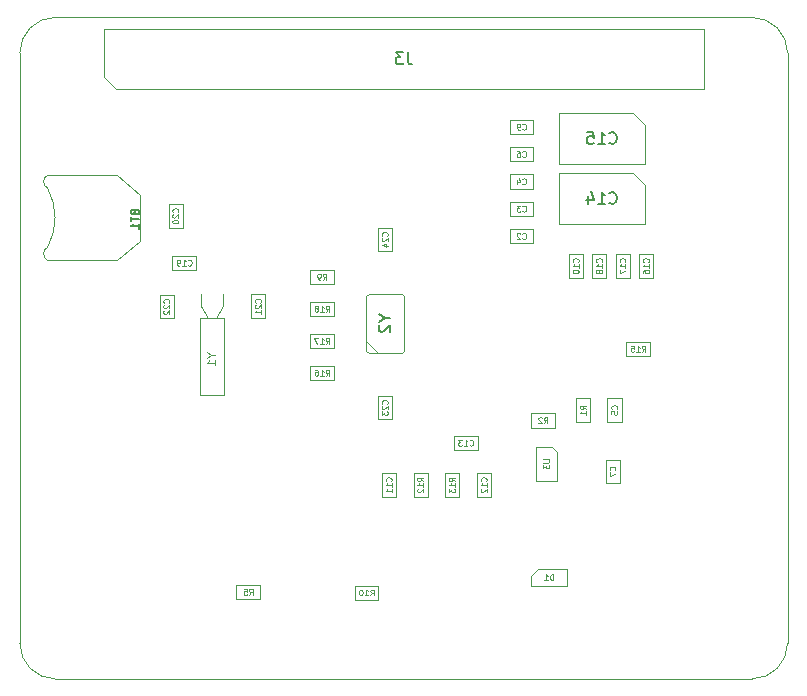
<source format=gbr>
G04 #@! TF.GenerationSoftware,KiCad,Pcbnew,(5.1.5-0-10_14)*
G04 #@! TF.CreationDate,2020-08-14T15:05:09-04:00*
G04 #@! TF.ProjectId,Raspberry-Pi-Hat,52617370-6265-4727-9279-2d50692d4861,rev?*
G04 #@! TF.SameCoordinates,Original*
G04 #@! TF.FileFunction,Other,Fab,Bot*
%FSLAX46Y46*%
G04 Gerber Fmt 4.6, Leading zero omitted, Abs format (unit mm)*
G04 Created by KiCad (PCBNEW (5.1.5-0-10_14)) date 2020-08-14 15:05:09*
%MOMM*%
%LPD*%
G04 APERTURE LIST*
%ADD10C,0.100000*%
%ADD11C,0.120000*%
%ADD12C,0.105000*%
%ADD13C,0.075000*%
%ADD14C,0.080000*%
%ADD15C,0.150000*%
G04 APERTURE END LIST*
D10*
X78546356Y-63817611D02*
X78546356Y-113817611D01*
X78546356Y-63817611D02*
G75*
G02X81546356Y-60817611I3000000J0D01*
G01*
X140546356Y-60817611D02*
X81546356Y-60817611D01*
X140546356Y-60817611D02*
G75*
G02X143546356Y-63817611I0J-3000000D01*
G01*
X143546351Y-113822847D02*
X143546356Y-63817611D01*
X81546356Y-116817611D02*
G75*
G02X78546356Y-113817611I0J3000000D01*
G01*
X81546356Y-116817611D02*
X140546356Y-116817611D01*
X143546351Y-113822847D02*
G75*
G02X140546356Y-116817611I-2999995J5236D01*
G01*
X93883400Y-85251800D02*
X93883400Y-84251800D01*
X94483400Y-86251800D02*
X93883400Y-85251800D01*
X95783400Y-85251800D02*
X95783400Y-84251800D01*
X95183400Y-86251800D02*
X95783400Y-85251800D01*
X93803400Y-86251800D02*
X95863400Y-86251800D01*
X93803400Y-92751800D02*
X93803400Y-86251800D01*
X95863400Y-92751800D02*
X93803400Y-92751800D01*
X95863400Y-86251800D02*
X95863400Y-92751800D01*
X124870000Y-107550000D02*
X124870000Y-108950000D01*
X121830000Y-108950000D02*
X124870000Y-108950000D01*
X122400000Y-107550000D02*
X121830000Y-108100000D01*
X121830000Y-108100000D02*
X121830000Y-108950000D01*
X122400000Y-107550000D02*
X124850000Y-107550000D01*
X103140000Y-86113333D02*
X105140000Y-86113333D01*
X103140000Y-84913333D02*
X103140000Y-86113333D01*
X105140000Y-84913333D02*
X103140000Y-84913333D01*
X105140000Y-86113333D02*
X105140000Y-84913333D01*
X103140000Y-88822666D02*
X105140000Y-88822666D01*
X103140000Y-87622666D02*
X103140000Y-88822666D01*
X105140000Y-87622666D02*
X103140000Y-87622666D01*
X105140000Y-88822666D02*
X105140000Y-87622666D01*
X103140000Y-91532000D02*
X105140000Y-91532000D01*
X103140000Y-90332000D02*
X103140000Y-91532000D01*
X105140000Y-90332000D02*
X103140000Y-90332000D01*
X105140000Y-91532000D02*
X105140000Y-90332000D01*
X131900000Y-88300000D02*
X129900000Y-88300000D01*
X131900000Y-89500000D02*
X131900000Y-88300000D01*
X129900000Y-89500000D02*
X131900000Y-89500000D01*
X129900000Y-88300000D02*
X129900000Y-89500000D01*
X115766666Y-101400000D02*
X115766666Y-99400000D01*
X114566666Y-101400000D02*
X115766666Y-101400000D01*
X114566666Y-99400000D02*
X114566666Y-101400000D01*
X115766666Y-99400000D02*
X114566666Y-99400000D01*
X113083333Y-101400000D02*
X113083333Y-99400000D01*
X111883333Y-101400000D02*
X113083333Y-101400000D01*
X111883333Y-99400000D02*
X111883333Y-101400000D01*
X113083333Y-99400000D02*
X111883333Y-99400000D01*
X108910300Y-108929880D02*
X106910300Y-108929880D01*
X108910300Y-110129880D02*
X108910300Y-108929880D01*
X106910300Y-110129880D02*
X108910300Y-110129880D01*
X106910300Y-108929880D02*
X106910300Y-110129880D01*
X103140000Y-83404000D02*
X105140000Y-83404000D01*
X103140000Y-82204000D02*
X103140000Y-83404000D01*
X105140000Y-82204000D02*
X103140000Y-82204000D01*
X105140000Y-83404000D02*
X105140000Y-82204000D01*
X98882380Y-108879080D02*
X96882380Y-108879080D01*
X98882380Y-110079080D02*
X98882380Y-108879080D01*
X96882380Y-110079080D02*
X98882380Y-110079080D01*
X96882380Y-108879080D02*
X96882380Y-110079080D01*
X121850000Y-95550000D02*
X123850000Y-95550000D01*
X121850000Y-94350000D02*
X121850000Y-95550000D01*
X123850000Y-94350000D02*
X121850000Y-94350000D01*
X123850000Y-95550000D02*
X123850000Y-94350000D01*
X125650000Y-93050000D02*
X125650000Y-95050000D01*
X126850000Y-93050000D02*
X125650000Y-93050000D01*
X126850000Y-95050000D02*
X126850000Y-93050000D01*
X125650000Y-95050000D02*
X126850000Y-95050000D01*
X108874000Y-78629000D02*
X108874000Y-80629000D01*
X110074000Y-78629000D02*
X108874000Y-78629000D01*
X110074000Y-80629000D02*
X110074000Y-78629000D01*
X108874000Y-80629000D02*
X110074000Y-80629000D01*
X110074000Y-94853000D02*
X110074000Y-92853000D01*
X108874000Y-94853000D02*
X110074000Y-94853000D01*
X108874000Y-92853000D02*
X108874000Y-94853000D01*
X110074000Y-92853000D02*
X108874000Y-92853000D01*
X90382800Y-84293200D02*
X90382800Y-86293200D01*
X91582800Y-84293200D02*
X90382800Y-84293200D01*
X91582800Y-86293200D02*
X91582800Y-84293200D01*
X90382800Y-86293200D02*
X91582800Y-86293200D01*
X98129800Y-84276800D02*
X98129800Y-86276800D01*
X99329800Y-84276800D02*
X98129800Y-84276800D01*
X99329800Y-86276800D02*
X99329800Y-84276800D01*
X98129800Y-86276800D02*
X99329800Y-86276800D01*
X92344800Y-78622400D02*
X92344800Y-76622400D01*
X91144800Y-78622400D02*
X92344800Y-78622400D01*
X91144800Y-76622400D02*
X91144800Y-78622400D01*
X92344800Y-76622400D02*
X91144800Y-76622400D01*
X91456000Y-82197500D02*
X93456000Y-82197500D01*
X91456000Y-80997500D02*
X91456000Y-82197500D01*
X93456000Y-80997500D02*
X91456000Y-80997500D01*
X93456000Y-82197500D02*
X93456000Y-80997500D01*
X127017220Y-80842580D02*
X127017220Y-82842580D01*
X128217220Y-80842580D02*
X127017220Y-80842580D01*
X128217220Y-82842580D02*
X128217220Y-80842580D01*
X127017220Y-82842580D02*
X128217220Y-82842580D01*
X128998420Y-80842580D02*
X128998420Y-82842580D01*
X130198420Y-80842580D02*
X128998420Y-80842580D01*
X130198420Y-82842580D02*
X130198420Y-80842580D01*
X128998420Y-82842580D02*
X130198420Y-82842580D01*
X130979620Y-80842580D02*
X130979620Y-82842580D01*
X132179620Y-80842580D02*
X130979620Y-80842580D01*
X132179620Y-82842580D02*
X132179620Y-80842580D01*
X130979620Y-82842580D02*
X132179620Y-82842580D01*
X115300000Y-97450000D02*
X117300000Y-97450000D01*
X115300000Y-96250000D02*
X115300000Y-97450000D01*
X117300000Y-96250000D02*
X115300000Y-96250000D01*
X117300000Y-97450000D02*
X117300000Y-96250000D01*
X118450000Y-101400000D02*
X118450000Y-99400000D01*
X117250000Y-101400000D02*
X118450000Y-101400000D01*
X117250000Y-99400000D02*
X117250000Y-101400000D01*
X118450000Y-99400000D02*
X117250000Y-99400000D01*
X109200000Y-99400000D02*
X109200000Y-101400000D01*
X110400000Y-99400000D02*
X109200000Y-99400000D01*
X110400000Y-101400000D02*
X110400000Y-99400000D01*
X109200000Y-101400000D02*
X110400000Y-101400000D01*
X125036020Y-80842580D02*
X125036020Y-82842580D01*
X126236020Y-80842580D02*
X125036020Y-80842580D01*
X126236020Y-82842580D02*
X126236020Y-80842580D01*
X125036020Y-82842580D02*
X126236020Y-82842580D01*
X122017360Y-69486220D02*
X120017360Y-69486220D01*
X122017360Y-70686220D02*
X122017360Y-69486220D01*
X120017360Y-70686220D02*
X122017360Y-70686220D01*
X120017360Y-69486220D02*
X120017360Y-70686220D01*
X129350000Y-100250000D02*
X129350000Y-98250000D01*
X128150000Y-100250000D02*
X129350000Y-100250000D01*
X128150000Y-98250000D02*
X128150000Y-100250000D01*
X129350000Y-98250000D02*
X128150000Y-98250000D01*
X122017360Y-71800160D02*
X120017360Y-71800160D01*
X122017360Y-73000160D02*
X122017360Y-71800160D01*
X120017360Y-73000160D02*
X122017360Y-73000160D01*
X120017360Y-71800160D02*
X120017360Y-73000160D01*
X129500000Y-95050000D02*
X129500000Y-93050000D01*
X128300000Y-95050000D02*
X129500000Y-95050000D01*
X128300000Y-93050000D02*
X128300000Y-95050000D01*
X129500000Y-93050000D02*
X128300000Y-93050000D01*
X122017360Y-74114100D02*
X120017360Y-74114100D01*
X122017360Y-75314100D02*
X122017360Y-74114100D01*
X120017360Y-75314100D02*
X122017360Y-75314100D01*
X120017360Y-74114100D02*
X120017360Y-75314100D01*
X122017360Y-76428040D02*
X120017360Y-76428040D01*
X122017360Y-77628040D02*
X122017360Y-76428040D01*
X120017360Y-77628040D02*
X122017360Y-77628040D01*
X120017360Y-76428040D02*
X120017360Y-77628040D01*
X122017360Y-78741980D02*
X120017360Y-78741980D01*
X122017360Y-79941980D02*
X122017360Y-78741980D01*
X120017360Y-79941980D02*
X122017360Y-79941980D01*
X120017360Y-78741980D02*
X120017360Y-79941980D01*
X108874000Y-89241000D02*
X107874000Y-88241000D01*
X110874000Y-89241000D02*
X111074000Y-89041000D01*
X108074000Y-89241000D02*
X110874000Y-89241000D01*
X107874000Y-89041000D02*
X108074000Y-89241000D01*
X107874000Y-84441000D02*
X107874000Y-89041000D01*
X108074000Y-84241000D02*
X107874000Y-84441000D01*
X110874000Y-84241000D02*
X108074000Y-84241000D01*
X111074000Y-84441000D02*
X110874000Y-84241000D01*
X111074000Y-89041000D02*
X111074000Y-84441000D01*
X80895913Y-80270700D02*
G75*
G03X80888000Y-81374800I282087J-554100D01*
G01*
X80917331Y-80238898D02*
G75*
G03X80898000Y-75274800I-4619331J2464098D01*
G01*
X86778000Y-74174800D02*
X88728000Y-75824800D01*
X88728000Y-75824800D02*
X88728000Y-79724800D01*
X88728000Y-79724800D02*
X86778000Y-81374800D01*
X86778000Y-81374800D02*
X80828000Y-81374800D01*
X80928000Y-74174800D02*
X86728000Y-74174800D01*
D11*
X80926255Y-74166863D02*
G75*
G03X80908000Y-75274800I231745J-557937D01*
G01*
D10*
X122270000Y-97150000D02*
X122270000Y-100050000D01*
X122270000Y-100050000D02*
X124030000Y-100050000D01*
X124030000Y-97600000D02*
X124030000Y-100050000D01*
X122270000Y-97150000D02*
X123580000Y-97150000D01*
X124030000Y-97600000D02*
X123580000Y-97150000D01*
X124170420Y-73211580D02*
X124170420Y-68911580D01*
X131470420Y-73211580D02*
X124170420Y-73211580D01*
X131470420Y-69911580D02*
X131470420Y-73211580D01*
X130470420Y-68911580D02*
X131470420Y-69911580D01*
X124170420Y-68911580D02*
X130470420Y-68911580D01*
X124170420Y-78291580D02*
X124170420Y-73991580D01*
X131470420Y-78291580D02*
X124170420Y-78291580D01*
X131470420Y-74991580D02*
X131470420Y-78291580D01*
X130470420Y-73991580D02*
X131470420Y-74991580D01*
X124170420Y-73991580D02*
X130470420Y-73991580D01*
X136450000Y-61780000D02*
X85650000Y-61780000D01*
X136450000Y-66860000D02*
X136450000Y-61780000D01*
X86650000Y-66860000D02*
X136450000Y-66860000D01*
X85650000Y-65860000D02*
X86650000Y-66860000D01*
X85650000Y-61780000D02*
X85650000Y-65860000D01*
D12*
X94766733Y-89418466D02*
X95100066Y-89418466D01*
X94400066Y-89185133D02*
X94766733Y-89418466D01*
X94400066Y-89651800D01*
X95100066Y-90251800D02*
X95100066Y-89851800D01*
X95100066Y-90051800D02*
X94400066Y-90051800D01*
X94500066Y-89985133D01*
X94566733Y-89918466D01*
X94600066Y-89851800D01*
D13*
X123719047Y-108476190D02*
X123719047Y-107976190D01*
X123600000Y-107976190D01*
X123528571Y-108000000D01*
X123480952Y-108047619D01*
X123457142Y-108095238D01*
X123433333Y-108190476D01*
X123433333Y-108261904D01*
X123457142Y-108357142D01*
X123480952Y-108404761D01*
X123528571Y-108452380D01*
X123600000Y-108476190D01*
X123719047Y-108476190D01*
X122957142Y-108476190D02*
X123242857Y-108476190D01*
X123100000Y-108476190D02*
X123100000Y-107976190D01*
X123147619Y-108047619D01*
X123195238Y-108095238D01*
X123242857Y-108119047D01*
D14*
X104461428Y-85739523D02*
X104628095Y-85501428D01*
X104747142Y-85739523D02*
X104747142Y-85239523D01*
X104556666Y-85239523D01*
X104509047Y-85263333D01*
X104485238Y-85287142D01*
X104461428Y-85334761D01*
X104461428Y-85406190D01*
X104485238Y-85453809D01*
X104509047Y-85477618D01*
X104556666Y-85501428D01*
X104747142Y-85501428D01*
X103985238Y-85739523D02*
X104270952Y-85739523D01*
X104128095Y-85739523D02*
X104128095Y-85239523D01*
X104175714Y-85310952D01*
X104223333Y-85358571D01*
X104270952Y-85382380D01*
X103699523Y-85453809D02*
X103747142Y-85429999D01*
X103770952Y-85406190D01*
X103794761Y-85358571D01*
X103794761Y-85334761D01*
X103770952Y-85287142D01*
X103747142Y-85263333D01*
X103699523Y-85239523D01*
X103604285Y-85239523D01*
X103556666Y-85263333D01*
X103532857Y-85287142D01*
X103509047Y-85334761D01*
X103509047Y-85358571D01*
X103532857Y-85406190D01*
X103556666Y-85429999D01*
X103604285Y-85453809D01*
X103699523Y-85453809D01*
X103747142Y-85477618D01*
X103770952Y-85501428D01*
X103794761Y-85549047D01*
X103794761Y-85644285D01*
X103770952Y-85691904D01*
X103747142Y-85715713D01*
X103699523Y-85739523D01*
X103604285Y-85739523D01*
X103556666Y-85715713D01*
X103532857Y-85691904D01*
X103509047Y-85644285D01*
X103509047Y-85549047D01*
X103532857Y-85501428D01*
X103556666Y-85477618D01*
X103604285Y-85453809D01*
X104461428Y-88448856D02*
X104628095Y-88210761D01*
X104747142Y-88448856D02*
X104747142Y-87948856D01*
X104556666Y-87948856D01*
X104509047Y-87972666D01*
X104485238Y-87996475D01*
X104461428Y-88044094D01*
X104461428Y-88115523D01*
X104485238Y-88163142D01*
X104509047Y-88186951D01*
X104556666Y-88210761D01*
X104747142Y-88210761D01*
X103985238Y-88448856D02*
X104270952Y-88448856D01*
X104128095Y-88448856D02*
X104128095Y-87948856D01*
X104175714Y-88020285D01*
X104223333Y-88067904D01*
X104270952Y-88091713D01*
X103818571Y-87948856D02*
X103485238Y-87948856D01*
X103699523Y-88448856D01*
X104461428Y-91158190D02*
X104628095Y-90920095D01*
X104747142Y-91158190D02*
X104747142Y-90658190D01*
X104556666Y-90658190D01*
X104509047Y-90682000D01*
X104485238Y-90705809D01*
X104461428Y-90753428D01*
X104461428Y-90824857D01*
X104485238Y-90872476D01*
X104509047Y-90896285D01*
X104556666Y-90920095D01*
X104747142Y-90920095D01*
X103985238Y-91158190D02*
X104270952Y-91158190D01*
X104128095Y-91158190D02*
X104128095Y-90658190D01*
X104175714Y-90729619D01*
X104223333Y-90777238D01*
X104270952Y-90801047D01*
X103556666Y-90658190D02*
X103651904Y-90658190D01*
X103699523Y-90682000D01*
X103723333Y-90705809D01*
X103770952Y-90777238D01*
X103794761Y-90872476D01*
X103794761Y-91062952D01*
X103770952Y-91110571D01*
X103747142Y-91134380D01*
X103699523Y-91158190D01*
X103604285Y-91158190D01*
X103556666Y-91134380D01*
X103532857Y-91110571D01*
X103509047Y-91062952D01*
X103509047Y-90943904D01*
X103532857Y-90896285D01*
X103556666Y-90872476D01*
X103604285Y-90848666D01*
X103699523Y-90848666D01*
X103747142Y-90872476D01*
X103770952Y-90896285D01*
X103794761Y-90943904D01*
X131221428Y-89126190D02*
X131388095Y-88888095D01*
X131507142Y-89126190D02*
X131507142Y-88626190D01*
X131316666Y-88626190D01*
X131269047Y-88650000D01*
X131245238Y-88673809D01*
X131221428Y-88721428D01*
X131221428Y-88792857D01*
X131245238Y-88840476D01*
X131269047Y-88864285D01*
X131316666Y-88888095D01*
X131507142Y-88888095D01*
X130745238Y-89126190D02*
X131030952Y-89126190D01*
X130888095Y-89126190D02*
X130888095Y-88626190D01*
X130935714Y-88697619D01*
X130983333Y-88745238D01*
X131030952Y-88769047D01*
X130292857Y-88626190D02*
X130530952Y-88626190D01*
X130554761Y-88864285D01*
X130530952Y-88840476D01*
X130483333Y-88816666D01*
X130364285Y-88816666D01*
X130316666Y-88840476D01*
X130292857Y-88864285D01*
X130269047Y-88911904D01*
X130269047Y-89030952D01*
X130292857Y-89078571D01*
X130316666Y-89102380D01*
X130364285Y-89126190D01*
X130483333Y-89126190D01*
X130530952Y-89102380D01*
X130554761Y-89078571D01*
X115392856Y-100078571D02*
X115154761Y-99911904D01*
X115392856Y-99792857D02*
X114892856Y-99792857D01*
X114892856Y-99983333D01*
X114916666Y-100030952D01*
X114940475Y-100054761D01*
X114988094Y-100078571D01*
X115059523Y-100078571D01*
X115107142Y-100054761D01*
X115130951Y-100030952D01*
X115154761Y-99983333D01*
X115154761Y-99792857D01*
X115392856Y-100554761D02*
X115392856Y-100269047D01*
X115392856Y-100411904D02*
X114892856Y-100411904D01*
X114964285Y-100364285D01*
X115011904Y-100316666D01*
X115035713Y-100269047D01*
X114892856Y-100721428D02*
X114892856Y-101030952D01*
X115083332Y-100864285D01*
X115083332Y-100935714D01*
X115107142Y-100983333D01*
X115130951Y-101007142D01*
X115178570Y-101030952D01*
X115297618Y-101030952D01*
X115345237Y-101007142D01*
X115369046Y-100983333D01*
X115392856Y-100935714D01*
X115392856Y-100792857D01*
X115369046Y-100745238D01*
X115345237Y-100721428D01*
X112709523Y-100078571D02*
X112471428Y-99911904D01*
X112709523Y-99792857D02*
X112209523Y-99792857D01*
X112209523Y-99983333D01*
X112233333Y-100030952D01*
X112257142Y-100054761D01*
X112304761Y-100078571D01*
X112376190Y-100078571D01*
X112423809Y-100054761D01*
X112447618Y-100030952D01*
X112471428Y-99983333D01*
X112471428Y-99792857D01*
X112709523Y-100554761D02*
X112709523Y-100269047D01*
X112709523Y-100411904D02*
X112209523Y-100411904D01*
X112280952Y-100364285D01*
X112328571Y-100316666D01*
X112352380Y-100269047D01*
X112257142Y-100745238D02*
X112233333Y-100769047D01*
X112209523Y-100816666D01*
X112209523Y-100935714D01*
X112233333Y-100983333D01*
X112257142Y-101007142D01*
X112304761Y-101030952D01*
X112352380Y-101030952D01*
X112423809Y-101007142D01*
X112709523Y-100721428D01*
X112709523Y-101030952D01*
X108231728Y-109756070D02*
X108398395Y-109517975D01*
X108517442Y-109756070D02*
X108517442Y-109256070D01*
X108326966Y-109256070D01*
X108279347Y-109279880D01*
X108255538Y-109303689D01*
X108231728Y-109351308D01*
X108231728Y-109422737D01*
X108255538Y-109470356D01*
X108279347Y-109494165D01*
X108326966Y-109517975D01*
X108517442Y-109517975D01*
X107755538Y-109756070D02*
X108041252Y-109756070D01*
X107898395Y-109756070D02*
X107898395Y-109256070D01*
X107946014Y-109327499D01*
X107993633Y-109375118D01*
X108041252Y-109398927D01*
X107446014Y-109256070D02*
X107398395Y-109256070D01*
X107350776Y-109279880D01*
X107326966Y-109303689D01*
X107303157Y-109351308D01*
X107279347Y-109446546D01*
X107279347Y-109565594D01*
X107303157Y-109660832D01*
X107326966Y-109708451D01*
X107350776Y-109732260D01*
X107398395Y-109756070D01*
X107446014Y-109756070D01*
X107493633Y-109732260D01*
X107517442Y-109708451D01*
X107541252Y-109660832D01*
X107565061Y-109565594D01*
X107565061Y-109446546D01*
X107541252Y-109351308D01*
X107517442Y-109303689D01*
X107493633Y-109279880D01*
X107446014Y-109256070D01*
X104223333Y-83030190D02*
X104390000Y-82792095D01*
X104509047Y-83030190D02*
X104509047Y-82530190D01*
X104318571Y-82530190D01*
X104270952Y-82554000D01*
X104247142Y-82577809D01*
X104223333Y-82625428D01*
X104223333Y-82696857D01*
X104247142Y-82744476D01*
X104270952Y-82768285D01*
X104318571Y-82792095D01*
X104509047Y-82792095D01*
X103985238Y-83030190D02*
X103890000Y-83030190D01*
X103842380Y-83006380D01*
X103818571Y-82982571D01*
X103770952Y-82911142D01*
X103747142Y-82815904D01*
X103747142Y-82625428D01*
X103770952Y-82577809D01*
X103794761Y-82554000D01*
X103842380Y-82530190D01*
X103937619Y-82530190D01*
X103985238Y-82554000D01*
X104009047Y-82577809D01*
X104032857Y-82625428D01*
X104032857Y-82744476D01*
X104009047Y-82792095D01*
X103985238Y-82815904D01*
X103937619Y-82839714D01*
X103842380Y-82839714D01*
X103794761Y-82815904D01*
X103770952Y-82792095D01*
X103747142Y-82744476D01*
X97965713Y-109705270D02*
X98132380Y-109467175D01*
X98251427Y-109705270D02*
X98251427Y-109205270D01*
X98060951Y-109205270D01*
X98013332Y-109229080D01*
X97989522Y-109252889D01*
X97965713Y-109300508D01*
X97965713Y-109371937D01*
X97989522Y-109419556D01*
X98013332Y-109443365D01*
X98060951Y-109467175D01*
X98251427Y-109467175D01*
X97513332Y-109205270D02*
X97751427Y-109205270D01*
X97775237Y-109443365D01*
X97751427Y-109419556D01*
X97703808Y-109395746D01*
X97584760Y-109395746D01*
X97537141Y-109419556D01*
X97513332Y-109443365D01*
X97489522Y-109490984D01*
X97489522Y-109610032D01*
X97513332Y-109657651D01*
X97537141Y-109681460D01*
X97584760Y-109705270D01*
X97703808Y-109705270D01*
X97751427Y-109681460D01*
X97775237Y-109657651D01*
X122933333Y-95176190D02*
X123100000Y-94938095D01*
X123219047Y-95176190D02*
X123219047Y-94676190D01*
X123028571Y-94676190D01*
X122980952Y-94700000D01*
X122957142Y-94723809D01*
X122933333Y-94771428D01*
X122933333Y-94842857D01*
X122957142Y-94890476D01*
X122980952Y-94914285D01*
X123028571Y-94938095D01*
X123219047Y-94938095D01*
X122742857Y-94723809D02*
X122719047Y-94700000D01*
X122671428Y-94676190D01*
X122552380Y-94676190D01*
X122504761Y-94700000D01*
X122480952Y-94723809D01*
X122457142Y-94771428D01*
X122457142Y-94819047D01*
X122480952Y-94890476D01*
X122766666Y-95176190D01*
X122457142Y-95176190D01*
X126476190Y-93966666D02*
X126238095Y-93800000D01*
X126476190Y-93680952D02*
X125976190Y-93680952D01*
X125976190Y-93871428D01*
X126000000Y-93919047D01*
X126023809Y-93942857D01*
X126071428Y-93966666D01*
X126142857Y-93966666D01*
X126190476Y-93942857D01*
X126214285Y-93919047D01*
X126238095Y-93871428D01*
X126238095Y-93680952D01*
X126476190Y-94442857D02*
X126476190Y-94157142D01*
X126476190Y-94300000D02*
X125976190Y-94300000D01*
X126047619Y-94252380D01*
X126095238Y-94204761D01*
X126119047Y-94157142D01*
X109652571Y-79307571D02*
X109676380Y-79283761D01*
X109700190Y-79212333D01*
X109700190Y-79164714D01*
X109676380Y-79093285D01*
X109628761Y-79045666D01*
X109581142Y-79021857D01*
X109485904Y-78998047D01*
X109414476Y-78998047D01*
X109319238Y-79021857D01*
X109271619Y-79045666D01*
X109224000Y-79093285D01*
X109200190Y-79164714D01*
X109200190Y-79212333D01*
X109224000Y-79283761D01*
X109247809Y-79307571D01*
X109247809Y-79498047D02*
X109224000Y-79521857D01*
X109200190Y-79569476D01*
X109200190Y-79688523D01*
X109224000Y-79736142D01*
X109247809Y-79759952D01*
X109295428Y-79783761D01*
X109343047Y-79783761D01*
X109414476Y-79759952D01*
X109700190Y-79474238D01*
X109700190Y-79783761D01*
X109366857Y-80212333D02*
X109700190Y-80212333D01*
X109176380Y-80093285D02*
X109533523Y-79974238D01*
X109533523Y-80283761D01*
X109652571Y-93531571D02*
X109676380Y-93507761D01*
X109700190Y-93436333D01*
X109700190Y-93388714D01*
X109676380Y-93317285D01*
X109628761Y-93269666D01*
X109581142Y-93245857D01*
X109485904Y-93222047D01*
X109414476Y-93222047D01*
X109319238Y-93245857D01*
X109271619Y-93269666D01*
X109224000Y-93317285D01*
X109200190Y-93388714D01*
X109200190Y-93436333D01*
X109224000Y-93507761D01*
X109247809Y-93531571D01*
X109247809Y-93722047D02*
X109224000Y-93745857D01*
X109200190Y-93793476D01*
X109200190Y-93912523D01*
X109224000Y-93960142D01*
X109247809Y-93983952D01*
X109295428Y-94007761D01*
X109343047Y-94007761D01*
X109414476Y-93983952D01*
X109700190Y-93698238D01*
X109700190Y-94007761D01*
X109200190Y-94174428D02*
X109200190Y-94483952D01*
X109390666Y-94317285D01*
X109390666Y-94388714D01*
X109414476Y-94436333D01*
X109438285Y-94460142D01*
X109485904Y-94483952D01*
X109604952Y-94483952D01*
X109652571Y-94460142D01*
X109676380Y-94436333D01*
X109700190Y-94388714D01*
X109700190Y-94245857D01*
X109676380Y-94198238D01*
X109652571Y-94174428D01*
X91161371Y-84971771D02*
X91185180Y-84947961D01*
X91208990Y-84876533D01*
X91208990Y-84828914D01*
X91185180Y-84757485D01*
X91137561Y-84709866D01*
X91089942Y-84686057D01*
X90994704Y-84662247D01*
X90923276Y-84662247D01*
X90828038Y-84686057D01*
X90780419Y-84709866D01*
X90732800Y-84757485D01*
X90708990Y-84828914D01*
X90708990Y-84876533D01*
X90732800Y-84947961D01*
X90756609Y-84971771D01*
X90756609Y-85162247D02*
X90732800Y-85186057D01*
X90708990Y-85233676D01*
X90708990Y-85352723D01*
X90732800Y-85400342D01*
X90756609Y-85424152D01*
X90804228Y-85447961D01*
X90851847Y-85447961D01*
X90923276Y-85424152D01*
X91208990Y-85138438D01*
X91208990Y-85447961D01*
X90756609Y-85638438D02*
X90732800Y-85662247D01*
X90708990Y-85709866D01*
X90708990Y-85828914D01*
X90732800Y-85876533D01*
X90756609Y-85900342D01*
X90804228Y-85924152D01*
X90851847Y-85924152D01*
X90923276Y-85900342D01*
X91208990Y-85614628D01*
X91208990Y-85924152D01*
X98908371Y-84955371D02*
X98932180Y-84931561D01*
X98955990Y-84860133D01*
X98955990Y-84812514D01*
X98932180Y-84741085D01*
X98884561Y-84693466D01*
X98836942Y-84669657D01*
X98741704Y-84645847D01*
X98670276Y-84645847D01*
X98575038Y-84669657D01*
X98527419Y-84693466D01*
X98479800Y-84741085D01*
X98455990Y-84812514D01*
X98455990Y-84860133D01*
X98479800Y-84931561D01*
X98503609Y-84955371D01*
X98503609Y-85145847D02*
X98479800Y-85169657D01*
X98455990Y-85217276D01*
X98455990Y-85336323D01*
X98479800Y-85383942D01*
X98503609Y-85407752D01*
X98551228Y-85431561D01*
X98598847Y-85431561D01*
X98670276Y-85407752D01*
X98955990Y-85122038D01*
X98955990Y-85431561D01*
X98955990Y-85907752D02*
X98955990Y-85622038D01*
X98955990Y-85764895D02*
X98455990Y-85764895D01*
X98527419Y-85717276D01*
X98575038Y-85669657D01*
X98598847Y-85622038D01*
X91923371Y-77300971D02*
X91947180Y-77277161D01*
X91970990Y-77205733D01*
X91970990Y-77158114D01*
X91947180Y-77086685D01*
X91899561Y-77039066D01*
X91851942Y-77015257D01*
X91756704Y-76991447D01*
X91685276Y-76991447D01*
X91590038Y-77015257D01*
X91542419Y-77039066D01*
X91494800Y-77086685D01*
X91470990Y-77158114D01*
X91470990Y-77205733D01*
X91494800Y-77277161D01*
X91518609Y-77300971D01*
X91518609Y-77491447D02*
X91494800Y-77515257D01*
X91470990Y-77562876D01*
X91470990Y-77681923D01*
X91494800Y-77729542D01*
X91518609Y-77753352D01*
X91566228Y-77777161D01*
X91613847Y-77777161D01*
X91685276Y-77753352D01*
X91970990Y-77467638D01*
X91970990Y-77777161D01*
X91470990Y-78086685D02*
X91470990Y-78134304D01*
X91494800Y-78181923D01*
X91518609Y-78205733D01*
X91566228Y-78229542D01*
X91661466Y-78253352D01*
X91780514Y-78253352D01*
X91875752Y-78229542D01*
X91923371Y-78205733D01*
X91947180Y-78181923D01*
X91970990Y-78134304D01*
X91970990Y-78086685D01*
X91947180Y-78039066D01*
X91923371Y-78015257D01*
X91875752Y-77991447D01*
X91780514Y-77967638D01*
X91661466Y-77967638D01*
X91566228Y-77991447D01*
X91518609Y-78015257D01*
X91494800Y-78039066D01*
X91470990Y-78086685D01*
X92777428Y-81776071D02*
X92801238Y-81799880D01*
X92872666Y-81823690D01*
X92920285Y-81823690D01*
X92991714Y-81799880D01*
X93039333Y-81752261D01*
X93063142Y-81704642D01*
X93086952Y-81609404D01*
X93086952Y-81537976D01*
X93063142Y-81442738D01*
X93039333Y-81395119D01*
X92991714Y-81347500D01*
X92920285Y-81323690D01*
X92872666Y-81323690D01*
X92801238Y-81347500D01*
X92777428Y-81371309D01*
X92301238Y-81823690D02*
X92586952Y-81823690D01*
X92444095Y-81823690D02*
X92444095Y-81323690D01*
X92491714Y-81395119D01*
X92539333Y-81442738D01*
X92586952Y-81466547D01*
X92063142Y-81823690D02*
X91967904Y-81823690D01*
X91920285Y-81799880D01*
X91896476Y-81776071D01*
X91848857Y-81704642D01*
X91825047Y-81609404D01*
X91825047Y-81418928D01*
X91848857Y-81371309D01*
X91872666Y-81347500D01*
X91920285Y-81323690D01*
X92015523Y-81323690D01*
X92063142Y-81347500D01*
X92086952Y-81371309D01*
X92110761Y-81418928D01*
X92110761Y-81537976D01*
X92086952Y-81585595D01*
X92063142Y-81609404D01*
X92015523Y-81633214D01*
X91920285Y-81633214D01*
X91872666Y-81609404D01*
X91848857Y-81585595D01*
X91825047Y-81537976D01*
X127795791Y-81521151D02*
X127819600Y-81497341D01*
X127843410Y-81425913D01*
X127843410Y-81378294D01*
X127819600Y-81306865D01*
X127771981Y-81259246D01*
X127724362Y-81235437D01*
X127629124Y-81211627D01*
X127557696Y-81211627D01*
X127462458Y-81235437D01*
X127414839Y-81259246D01*
X127367220Y-81306865D01*
X127343410Y-81378294D01*
X127343410Y-81425913D01*
X127367220Y-81497341D01*
X127391029Y-81521151D01*
X127843410Y-81997341D02*
X127843410Y-81711627D01*
X127843410Y-81854484D02*
X127343410Y-81854484D01*
X127414839Y-81806865D01*
X127462458Y-81759246D01*
X127486267Y-81711627D01*
X127557696Y-82283056D02*
X127533886Y-82235437D01*
X127510077Y-82211627D01*
X127462458Y-82187818D01*
X127438648Y-82187818D01*
X127391029Y-82211627D01*
X127367220Y-82235437D01*
X127343410Y-82283056D01*
X127343410Y-82378294D01*
X127367220Y-82425913D01*
X127391029Y-82449722D01*
X127438648Y-82473532D01*
X127462458Y-82473532D01*
X127510077Y-82449722D01*
X127533886Y-82425913D01*
X127557696Y-82378294D01*
X127557696Y-82283056D01*
X127581505Y-82235437D01*
X127605315Y-82211627D01*
X127652934Y-82187818D01*
X127748172Y-82187818D01*
X127795791Y-82211627D01*
X127819600Y-82235437D01*
X127843410Y-82283056D01*
X127843410Y-82378294D01*
X127819600Y-82425913D01*
X127795791Y-82449722D01*
X127748172Y-82473532D01*
X127652934Y-82473532D01*
X127605315Y-82449722D01*
X127581505Y-82425913D01*
X127557696Y-82378294D01*
X129776991Y-81521151D02*
X129800800Y-81497341D01*
X129824610Y-81425913D01*
X129824610Y-81378294D01*
X129800800Y-81306865D01*
X129753181Y-81259246D01*
X129705562Y-81235437D01*
X129610324Y-81211627D01*
X129538896Y-81211627D01*
X129443658Y-81235437D01*
X129396039Y-81259246D01*
X129348420Y-81306865D01*
X129324610Y-81378294D01*
X129324610Y-81425913D01*
X129348420Y-81497341D01*
X129372229Y-81521151D01*
X129824610Y-81997341D02*
X129824610Y-81711627D01*
X129824610Y-81854484D02*
X129324610Y-81854484D01*
X129396039Y-81806865D01*
X129443658Y-81759246D01*
X129467467Y-81711627D01*
X129324610Y-82164008D02*
X129324610Y-82497341D01*
X129824610Y-82283056D01*
X131758191Y-81521151D02*
X131782000Y-81497341D01*
X131805810Y-81425913D01*
X131805810Y-81378294D01*
X131782000Y-81306865D01*
X131734381Y-81259246D01*
X131686762Y-81235437D01*
X131591524Y-81211627D01*
X131520096Y-81211627D01*
X131424858Y-81235437D01*
X131377239Y-81259246D01*
X131329620Y-81306865D01*
X131305810Y-81378294D01*
X131305810Y-81425913D01*
X131329620Y-81497341D01*
X131353429Y-81521151D01*
X131805810Y-81997341D02*
X131805810Y-81711627D01*
X131805810Y-81854484D02*
X131305810Y-81854484D01*
X131377239Y-81806865D01*
X131424858Y-81759246D01*
X131448667Y-81711627D01*
X131305810Y-82425913D02*
X131305810Y-82330675D01*
X131329620Y-82283056D01*
X131353429Y-82259246D01*
X131424858Y-82211627D01*
X131520096Y-82187818D01*
X131710572Y-82187818D01*
X131758191Y-82211627D01*
X131782000Y-82235437D01*
X131805810Y-82283056D01*
X131805810Y-82378294D01*
X131782000Y-82425913D01*
X131758191Y-82449722D01*
X131710572Y-82473532D01*
X131591524Y-82473532D01*
X131543905Y-82449722D01*
X131520096Y-82425913D01*
X131496286Y-82378294D01*
X131496286Y-82283056D01*
X131520096Y-82235437D01*
X131543905Y-82211627D01*
X131591524Y-82187818D01*
X116621428Y-97028571D02*
X116645238Y-97052380D01*
X116716666Y-97076190D01*
X116764285Y-97076190D01*
X116835714Y-97052380D01*
X116883333Y-97004761D01*
X116907142Y-96957142D01*
X116930952Y-96861904D01*
X116930952Y-96790476D01*
X116907142Y-96695238D01*
X116883333Y-96647619D01*
X116835714Y-96600000D01*
X116764285Y-96576190D01*
X116716666Y-96576190D01*
X116645238Y-96600000D01*
X116621428Y-96623809D01*
X116145238Y-97076190D02*
X116430952Y-97076190D01*
X116288095Y-97076190D02*
X116288095Y-96576190D01*
X116335714Y-96647619D01*
X116383333Y-96695238D01*
X116430952Y-96719047D01*
X115978571Y-96576190D02*
X115669047Y-96576190D01*
X115835714Y-96766666D01*
X115764285Y-96766666D01*
X115716666Y-96790476D01*
X115692857Y-96814285D01*
X115669047Y-96861904D01*
X115669047Y-96980952D01*
X115692857Y-97028571D01*
X115716666Y-97052380D01*
X115764285Y-97076190D01*
X115907142Y-97076190D01*
X115954761Y-97052380D01*
X115978571Y-97028571D01*
X118028571Y-100078571D02*
X118052380Y-100054761D01*
X118076190Y-99983333D01*
X118076190Y-99935714D01*
X118052380Y-99864285D01*
X118004761Y-99816666D01*
X117957142Y-99792857D01*
X117861904Y-99769047D01*
X117790476Y-99769047D01*
X117695238Y-99792857D01*
X117647619Y-99816666D01*
X117600000Y-99864285D01*
X117576190Y-99935714D01*
X117576190Y-99983333D01*
X117600000Y-100054761D01*
X117623809Y-100078571D01*
X118076190Y-100554761D02*
X118076190Y-100269047D01*
X118076190Y-100411904D02*
X117576190Y-100411904D01*
X117647619Y-100364285D01*
X117695238Y-100316666D01*
X117719047Y-100269047D01*
X117623809Y-100745238D02*
X117600000Y-100769047D01*
X117576190Y-100816666D01*
X117576190Y-100935714D01*
X117600000Y-100983333D01*
X117623809Y-101007142D01*
X117671428Y-101030952D01*
X117719047Y-101030952D01*
X117790476Y-101007142D01*
X118076190Y-100721428D01*
X118076190Y-101030952D01*
X109978571Y-100078571D02*
X110002380Y-100054761D01*
X110026190Y-99983333D01*
X110026190Y-99935714D01*
X110002380Y-99864285D01*
X109954761Y-99816666D01*
X109907142Y-99792857D01*
X109811904Y-99769047D01*
X109740476Y-99769047D01*
X109645238Y-99792857D01*
X109597619Y-99816666D01*
X109550000Y-99864285D01*
X109526190Y-99935714D01*
X109526190Y-99983333D01*
X109550000Y-100054761D01*
X109573809Y-100078571D01*
X110026190Y-100554761D02*
X110026190Y-100269047D01*
X110026190Y-100411904D02*
X109526190Y-100411904D01*
X109597619Y-100364285D01*
X109645238Y-100316666D01*
X109669047Y-100269047D01*
X110026190Y-101030952D02*
X110026190Y-100745238D01*
X110026190Y-100888095D02*
X109526190Y-100888095D01*
X109597619Y-100840476D01*
X109645238Y-100792857D01*
X109669047Y-100745238D01*
X125814591Y-81521151D02*
X125838400Y-81497341D01*
X125862210Y-81425913D01*
X125862210Y-81378294D01*
X125838400Y-81306865D01*
X125790781Y-81259246D01*
X125743162Y-81235437D01*
X125647924Y-81211627D01*
X125576496Y-81211627D01*
X125481258Y-81235437D01*
X125433639Y-81259246D01*
X125386020Y-81306865D01*
X125362210Y-81378294D01*
X125362210Y-81425913D01*
X125386020Y-81497341D01*
X125409829Y-81521151D01*
X125862210Y-81997341D02*
X125862210Y-81711627D01*
X125862210Y-81854484D02*
X125362210Y-81854484D01*
X125433639Y-81806865D01*
X125481258Y-81759246D01*
X125505067Y-81711627D01*
X125362210Y-82306865D02*
X125362210Y-82354484D01*
X125386020Y-82402103D01*
X125409829Y-82425913D01*
X125457448Y-82449722D01*
X125552686Y-82473532D01*
X125671734Y-82473532D01*
X125766972Y-82449722D01*
X125814591Y-82425913D01*
X125838400Y-82402103D01*
X125862210Y-82354484D01*
X125862210Y-82306865D01*
X125838400Y-82259246D01*
X125814591Y-82235437D01*
X125766972Y-82211627D01*
X125671734Y-82187818D01*
X125552686Y-82187818D01*
X125457448Y-82211627D01*
X125409829Y-82235437D01*
X125386020Y-82259246D01*
X125362210Y-82306865D01*
X121100693Y-70264791D02*
X121124502Y-70288600D01*
X121195931Y-70312410D01*
X121243550Y-70312410D01*
X121314979Y-70288600D01*
X121362598Y-70240981D01*
X121386407Y-70193362D01*
X121410217Y-70098124D01*
X121410217Y-70026696D01*
X121386407Y-69931458D01*
X121362598Y-69883839D01*
X121314979Y-69836220D01*
X121243550Y-69812410D01*
X121195931Y-69812410D01*
X121124502Y-69836220D01*
X121100693Y-69860029D01*
X120862598Y-70312410D02*
X120767360Y-70312410D01*
X120719740Y-70288600D01*
X120695931Y-70264791D01*
X120648312Y-70193362D01*
X120624502Y-70098124D01*
X120624502Y-69907648D01*
X120648312Y-69860029D01*
X120672121Y-69836220D01*
X120719740Y-69812410D01*
X120814979Y-69812410D01*
X120862598Y-69836220D01*
X120886407Y-69860029D01*
X120910217Y-69907648D01*
X120910217Y-70026696D01*
X120886407Y-70074315D01*
X120862598Y-70098124D01*
X120814979Y-70121934D01*
X120719740Y-70121934D01*
X120672121Y-70098124D01*
X120648312Y-70074315D01*
X120624502Y-70026696D01*
X128928571Y-99166666D02*
X128952380Y-99142857D01*
X128976190Y-99071428D01*
X128976190Y-99023809D01*
X128952380Y-98952380D01*
X128904761Y-98904761D01*
X128857142Y-98880952D01*
X128761904Y-98857142D01*
X128690476Y-98857142D01*
X128595238Y-98880952D01*
X128547619Y-98904761D01*
X128500000Y-98952380D01*
X128476190Y-99023809D01*
X128476190Y-99071428D01*
X128500000Y-99142857D01*
X128523809Y-99166666D01*
X128476190Y-99333333D02*
X128476190Y-99666666D01*
X128976190Y-99452380D01*
X121100693Y-72578731D02*
X121124502Y-72602540D01*
X121195931Y-72626350D01*
X121243550Y-72626350D01*
X121314979Y-72602540D01*
X121362598Y-72554921D01*
X121386407Y-72507302D01*
X121410217Y-72412064D01*
X121410217Y-72340636D01*
X121386407Y-72245398D01*
X121362598Y-72197779D01*
X121314979Y-72150160D01*
X121243550Y-72126350D01*
X121195931Y-72126350D01*
X121124502Y-72150160D01*
X121100693Y-72173969D01*
X120672121Y-72126350D02*
X120767360Y-72126350D01*
X120814979Y-72150160D01*
X120838788Y-72173969D01*
X120886407Y-72245398D01*
X120910217Y-72340636D01*
X120910217Y-72531112D01*
X120886407Y-72578731D01*
X120862598Y-72602540D01*
X120814979Y-72626350D01*
X120719740Y-72626350D01*
X120672121Y-72602540D01*
X120648312Y-72578731D01*
X120624502Y-72531112D01*
X120624502Y-72412064D01*
X120648312Y-72364445D01*
X120672121Y-72340636D01*
X120719740Y-72316826D01*
X120814979Y-72316826D01*
X120862598Y-72340636D01*
X120886407Y-72364445D01*
X120910217Y-72412064D01*
X129078571Y-93966666D02*
X129102380Y-93942857D01*
X129126190Y-93871428D01*
X129126190Y-93823809D01*
X129102380Y-93752380D01*
X129054761Y-93704761D01*
X129007142Y-93680952D01*
X128911904Y-93657142D01*
X128840476Y-93657142D01*
X128745238Y-93680952D01*
X128697619Y-93704761D01*
X128650000Y-93752380D01*
X128626190Y-93823809D01*
X128626190Y-93871428D01*
X128650000Y-93942857D01*
X128673809Y-93966666D01*
X128626190Y-94419047D02*
X128626190Y-94180952D01*
X128864285Y-94157142D01*
X128840476Y-94180952D01*
X128816666Y-94228571D01*
X128816666Y-94347619D01*
X128840476Y-94395238D01*
X128864285Y-94419047D01*
X128911904Y-94442857D01*
X129030952Y-94442857D01*
X129078571Y-94419047D01*
X129102380Y-94395238D01*
X129126190Y-94347619D01*
X129126190Y-94228571D01*
X129102380Y-94180952D01*
X129078571Y-94157142D01*
X121100693Y-74892671D02*
X121124502Y-74916480D01*
X121195931Y-74940290D01*
X121243550Y-74940290D01*
X121314979Y-74916480D01*
X121362598Y-74868861D01*
X121386407Y-74821242D01*
X121410217Y-74726004D01*
X121410217Y-74654576D01*
X121386407Y-74559338D01*
X121362598Y-74511719D01*
X121314979Y-74464100D01*
X121243550Y-74440290D01*
X121195931Y-74440290D01*
X121124502Y-74464100D01*
X121100693Y-74487909D01*
X120672121Y-74606957D02*
X120672121Y-74940290D01*
X120791169Y-74416480D02*
X120910217Y-74773623D01*
X120600693Y-74773623D01*
X121100693Y-77206611D02*
X121124502Y-77230420D01*
X121195931Y-77254230D01*
X121243550Y-77254230D01*
X121314979Y-77230420D01*
X121362598Y-77182801D01*
X121386407Y-77135182D01*
X121410217Y-77039944D01*
X121410217Y-76968516D01*
X121386407Y-76873278D01*
X121362598Y-76825659D01*
X121314979Y-76778040D01*
X121243550Y-76754230D01*
X121195931Y-76754230D01*
X121124502Y-76778040D01*
X121100693Y-76801849D01*
X120934026Y-76754230D02*
X120624502Y-76754230D01*
X120791169Y-76944706D01*
X120719740Y-76944706D01*
X120672121Y-76968516D01*
X120648312Y-76992325D01*
X120624502Y-77039944D01*
X120624502Y-77158992D01*
X120648312Y-77206611D01*
X120672121Y-77230420D01*
X120719740Y-77254230D01*
X120862598Y-77254230D01*
X120910217Y-77230420D01*
X120934026Y-77206611D01*
X121100693Y-79520551D02*
X121124502Y-79544360D01*
X121195931Y-79568170D01*
X121243550Y-79568170D01*
X121314979Y-79544360D01*
X121362598Y-79496741D01*
X121386407Y-79449122D01*
X121410217Y-79353884D01*
X121410217Y-79282456D01*
X121386407Y-79187218D01*
X121362598Y-79139599D01*
X121314979Y-79091980D01*
X121243550Y-79068170D01*
X121195931Y-79068170D01*
X121124502Y-79091980D01*
X121100693Y-79115789D01*
X120910217Y-79115789D02*
X120886407Y-79091980D01*
X120838788Y-79068170D01*
X120719740Y-79068170D01*
X120672121Y-79091980D01*
X120648312Y-79115789D01*
X120624502Y-79163408D01*
X120624502Y-79211027D01*
X120648312Y-79282456D01*
X120934026Y-79568170D01*
X120624502Y-79568170D01*
D15*
X109450190Y-86264809D02*
X109926380Y-86264809D01*
X108926380Y-85931476D02*
X109450190Y-86264809D01*
X108926380Y-86598142D01*
X109021619Y-86883857D02*
X108974000Y-86931476D01*
X108926380Y-87026714D01*
X108926380Y-87264809D01*
X108974000Y-87360047D01*
X109021619Y-87407666D01*
X109116857Y-87455285D01*
X109212095Y-87455285D01*
X109354952Y-87407666D01*
X109926380Y-86836238D01*
X109926380Y-87455285D01*
X88278000Y-77324800D02*
X88311333Y-77424800D01*
X88344666Y-77458133D01*
X88411333Y-77491466D01*
X88511333Y-77491466D01*
X88578000Y-77458133D01*
X88611333Y-77424800D01*
X88644666Y-77358133D01*
X88644666Y-77091466D01*
X87944666Y-77091466D01*
X87944666Y-77324800D01*
X87978000Y-77391466D01*
X88011333Y-77424800D01*
X88078000Y-77458133D01*
X88144666Y-77458133D01*
X88211333Y-77424800D01*
X88244666Y-77391466D01*
X88278000Y-77324800D01*
X88278000Y-77091466D01*
X87944666Y-77691466D02*
X87944666Y-78091466D01*
X88644666Y-77891466D02*
X87944666Y-77891466D01*
X88644666Y-78691466D02*
X88644666Y-78291466D01*
X88644666Y-78491466D02*
X87944666Y-78491466D01*
X88044666Y-78424800D01*
X88111333Y-78358133D01*
X88144666Y-78291466D01*
D13*
X122876190Y-98219047D02*
X123280952Y-98219047D01*
X123328571Y-98242857D01*
X123352380Y-98266666D01*
X123376190Y-98314285D01*
X123376190Y-98409523D01*
X123352380Y-98457142D01*
X123328571Y-98480952D01*
X123280952Y-98504761D01*
X122876190Y-98504761D01*
X122876190Y-98695238D02*
X122876190Y-99004761D01*
X123066666Y-98838095D01*
X123066666Y-98909523D01*
X123090476Y-98957142D01*
X123114285Y-98980952D01*
X123161904Y-99004761D01*
X123280952Y-99004761D01*
X123328571Y-98980952D01*
X123352380Y-98957142D01*
X123376190Y-98909523D01*
X123376190Y-98766666D01*
X123352380Y-98719047D01*
X123328571Y-98695238D01*
D15*
X128463277Y-71418722D02*
X128510896Y-71466341D01*
X128653753Y-71513960D01*
X128748991Y-71513960D01*
X128891848Y-71466341D01*
X128987086Y-71371103D01*
X129034705Y-71275865D01*
X129082324Y-71085389D01*
X129082324Y-70942532D01*
X129034705Y-70752056D01*
X128987086Y-70656818D01*
X128891848Y-70561580D01*
X128748991Y-70513960D01*
X128653753Y-70513960D01*
X128510896Y-70561580D01*
X128463277Y-70609199D01*
X127510896Y-71513960D02*
X128082324Y-71513960D01*
X127796610Y-71513960D02*
X127796610Y-70513960D01*
X127891848Y-70656818D01*
X127987086Y-70752056D01*
X128082324Y-70799675D01*
X126606134Y-70513960D02*
X127082324Y-70513960D01*
X127129943Y-70990151D01*
X127082324Y-70942532D01*
X126987086Y-70894913D01*
X126748991Y-70894913D01*
X126653753Y-70942532D01*
X126606134Y-70990151D01*
X126558515Y-71085389D01*
X126558515Y-71323484D01*
X126606134Y-71418722D01*
X126653753Y-71466341D01*
X126748991Y-71513960D01*
X126987086Y-71513960D01*
X127082324Y-71466341D01*
X127129943Y-71418722D01*
X128463277Y-76498722D02*
X128510896Y-76546341D01*
X128653753Y-76593960D01*
X128748991Y-76593960D01*
X128891848Y-76546341D01*
X128987086Y-76451103D01*
X129034705Y-76355865D01*
X129082324Y-76165389D01*
X129082324Y-76022532D01*
X129034705Y-75832056D01*
X128987086Y-75736818D01*
X128891848Y-75641580D01*
X128748991Y-75593960D01*
X128653753Y-75593960D01*
X128510896Y-75641580D01*
X128463277Y-75689199D01*
X127510896Y-76593960D02*
X128082324Y-76593960D01*
X127796610Y-76593960D02*
X127796610Y-75593960D01*
X127891848Y-75736818D01*
X127987086Y-75832056D01*
X128082324Y-75879675D01*
X126653753Y-75927294D02*
X126653753Y-76593960D01*
X126891848Y-75546341D02*
X127129943Y-76260627D01*
X126510896Y-76260627D01*
X111383333Y-63772380D02*
X111383333Y-64486666D01*
X111430952Y-64629523D01*
X111526190Y-64724761D01*
X111669047Y-64772380D01*
X111764285Y-64772380D01*
X111002380Y-63772380D02*
X110383333Y-63772380D01*
X110716666Y-64153333D01*
X110573809Y-64153333D01*
X110478571Y-64200952D01*
X110430952Y-64248571D01*
X110383333Y-64343809D01*
X110383333Y-64581904D01*
X110430952Y-64677142D01*
X110478571Y-64724761D01*
X110573809Y-64772380D01*
X110859523Y-64772380D01*
X110954761Y-64724761D01*
X111002380Y-64677142D01*
M02*

</source>
